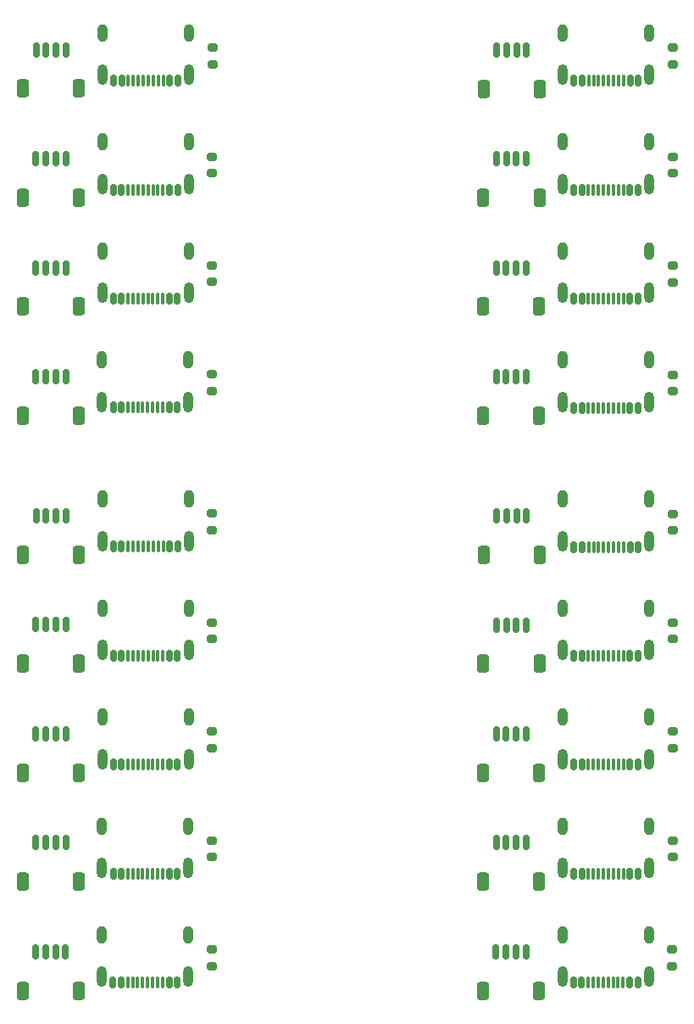
<source format=gbr>
%TF.GenerationSoftware,KiCad,Pcbnew,8.99.0-1678-gcd3e85b0b3*%
%TF.CreationDate,2024-07-13T23:24:54+07:00*%
%TF.ProjectId,dtb,6474622e-6b69-4636-9164-5f7063625858,rev?*%
%TF.SameCoordinates,Original*%
%TF.FileFunction,Paste,Top*%
%TF.FilePolarity,Positive*%
%FSLAX46Y46*%
G04 Gerber Fmt 4.6, Leading zero omitted, Abs format (unit mm)*
G04 Created by KiCad (PCBNEW 8.99.0-1678-gcd3e85b0b3) date 2024-07-13 23:24:54*
%MOMM*%
%LPD*%
G01*
G04 APERTURE LIST*
G04 Aperture macros list*
%AMRoundRect*
0 Rectangle with rounded corners*
0 $1 Rounding radius*
0 $2 $3 $4 $5 $6 $7 $8 $9 X,Y pos of 4 corners*
0 Add a 4 corners polygon primitive as box body*
4,1,4,$2,$3,$4,$5,$6,$7,$8,$9,$2,$3,0*
0 Add four circle primitives for the rounded corners*
1,1,$1+$1,$2,$3*
1,1,$1+$1,$4,$5*
1,1,$1+$1,$6,$7*
1,1,$1+$1,$8,$9*
0 Add four rect primitives between the rounded corners*
20,1,$1+$1,$2,$3,$4,$5,0*
20,1,$1+$1,$4,$5,$6,$7,0*
20,1,$1+$1,$6,$7,$8,$9,0*
20,1,$1+$1,$8,$9,$2,$3,0*%
G04 Aperture macros list end*
%ADD10RoundRect,0.150000X-0.150000X-0.625000X0.150000X-0.625000X0.150000X0.625000X-0.150000X0.625000X0*%
%ADD11RoundRect,0.250000X-0.350000X-0.650000X0.350000X-0.650000X0.350000X0.650000X-0.350000X0.650000X0*%
%ADD12RoundRect,0.200000X0.275000X-0.200000X0.275000X0.200000X-0.275000X0.200000X-0.275000X-0.200000X0*%
%ADD13RoundRect,0.150000X0.150000X0.425000X-0.150000X0.425000X-0.150000X-0.425000X0.150000X-0.425000X0*%
%ADD14RoundRect,0.075000X0.075000X0.500000X-0.075000X0.500000X-0.075000X-0.500000X0.075000X-0.500000X0*%
%ADD15O,1.000000X2.100000*%
%ADD16O,1.000000X1.800000*%
G04 APERTURE END LIST*
D10*
%TO.C,J2*%
X237225453Y-129159266D03*
X238225453Y-129159266D03*
X239225453Y-129159266D03*
D11*
X235925453Y-133034266D03*
D10*
X240225453Y-129159266D03*
D11*
X241525453Y-133034266D03*
%TD*%
D12*
%TO.C,R1*%
X254835453Y-130594266D03*
X254835453Y-128944266D03*
%TD*%
D13*
%TO.C,J1*%
X251363655Y-143119206D03*
X250563655Y-143119206D03*
D14*
X249413655Y-143119206D03*
X248413655Y-143119206D03*
X247913655Y-143119206D03*
X246913655Y-143119206D03*
D13*
X245763655Y-143119206D03*
X244963655Y-143119206D03*
X244963655Y-143119206D03*
X245763655Y-143119206D03*
D14*
X246413655Y-143119206D03*
X247413655Y-143119206D03*
X248913655Y-143119206D03*
X249913655Y-143119206D03*
D13*
X250563655Y-143119206D03*
X251363655Y-143119206D03*
D15*
X252483655Y-142544206D03*
D16*
X252483655Y-138364206D03*
D15*
X243843655Y-142544206D03*
D16*
X243843655Y-138364206D03*
%TD*%
D10*
%TO.C,J2*%
X237213655Y-140034206D03*
X238213655Y-140034206D03*
X239213655Y-140034206D03*
D11*
X235913655Y-143909206D03*
D10*
X240213655Y-140034206D03*
D11*
X241513655Y-143909206D03*
%TD*%
D12*
%TO.C,R1*%
X254823655Y-141469206D03*
X254823655Y-139819206D03*
%TD*%
D13*
%TO.C,J1*%
X251375453Y-132244266D03*
X250575453Y-132244266D03*
D14*
X249425453Y-132244266D03*
X248425453Y-132244266D03*
X247925453Y-132244266D03*
X246925453Y-132244266D03*
D13*
X245775453Y-132244266D03*
X244975453Y-132244266D03*
X244975453Y-132244266D03*
X245775453Y-132244266D03*
D14*
X246425453Y-132244266D03*
X247425453Y-132244266D03*
X248925453Y-132244266D03*
X249925453Y-132244266D03*
D13*
X250575453Y-132244266D03*
X251375453Y-132244266D03*
D15*
X252495453Y-131669266D03*
D16*
X252495453Y-127489266D03*
D15*
X243855453Y-131669266D03*
D16*
X243855453Y-127489266D03*
%TD*%
D12*
%TO.C,R1*%
X254825154Y-94960313D03*
X254825154Y-93310313D03*
%TD*%
D13*
%TO.C,J1*%
X251365154Y-96610313D03*
X250565154Y-96610313D03*
D14*
X249415154Y-96610313D03*
X248415154Y-96610313D03*
X247915154Y-96610313D03*
X246915154Y-96610313D03*
D13*
X245765154Y-96610313D03*
X244965154Y-96610313D03*
X244965154Y-96610313D03*
X245765154Y-96610313D03*
D14*
X246415154Y-96610313D03*
X247415154Y-96610313D03*
X248915154Y-96610313D03*
X249915154Y-96610313D03*
D13*
X250565154Y-96610313D03*
X251365154Y-96610313D03*
D15*
X252485154Y-96035313D03*
D16*
X252485154Y-91855313D03*
D15*
X243845154Y-96035313D03*
D16*
X243845154Y-91855313D03*
%TD*%
D10*
%TO.C,J2*%
X237215154Y-93525313D03*
X238215154Y-93525313D03*
X239215154Y-93525313D03*
D11*
X235915154Y-97400313D03*
D10*
X240215154Y-93525313D03*
D11*
X241515154Y-97400313D03*
%TD*%
D13*
%TO.C,J1*%
X251376952Y-85735373D03*
X250576952Y-85735373D03*
D14*
X249426952Y-85735373D03*
X248426952Y-85735373D03*
X247926952Y-85735373D03*
X246926952Y-85735373D03*
D13*
X245776952Y-85735373D03*
X244976952Y-85735373D03*
X244976952Y-85735373D03*
X245776952Y-85735373D03*
D14*
X246426952Y-85735373D03*
X247426952Y-85735373D03*
X248926952Y-85735373D03*
X249926952Y-85735373D03*
D13*
X250576952Y-85735373D03*
X251376952Y-85735373D03*
D15*
X252496952Y-85160373D03*
D16*
X252496952Y-80980373D03*
D15*
X243856952Y-85160373D03*
D16*
X243856952Y-80980373D03*
%TD*%
D10*
%TO.C,J2*%
X237226952Y-82650373D03*
X238226952Y-82650373D03*
X239226952Y-82650373D03*
D11*
X235926952Y-86525373D03*
D10*
X240226952Y-82650373D03*
D11*
X241526952Y-86525373D03*
%TD*%
D12*
%TO.C,R1*%
X254836952Y-84085373D03*
X254836952Y-82435373D03*
%TD*%
%TO.C,R1*%
X254848750Y-73210433D03*
X254848750Y-71560433D03*
%TD*%
D13*
%TO.C,J1*%
X251388750Y-74860433D03*
X250588750Y-74860433D03*
D14*
X249438750Y-74860433D03*
X248438750Y-74860433D03*
X247938750Y-74860433D03*
X246938750Y-74860433D03*
D13*
X245788750Y-74860433D03*
X244988750Y-74860433D03*
X244988750Y-74860433D03*
X245788750Y-74860433D03*
D14*
X246438750Y-74860433D03*
X247438750Y-74860433D03*
X248938750Y-74860433D03*
X249938750Y-74860433D03*
D13*
X250588750Y-74860433D03*
X251388750Y-74860433D03*
D15*
X252508750Y-74285433D03*
D16*
X252508750Y-70105433D03*
D15*
X243868750Y-74285433D03*
D16*
X243868750Y-70105433D03*
%TD*%
D10*
%TO.C,J2*%
X237238750Y-71775433D03*
X238238750Y-71775433D03*
X239238750Y-71775433D03*
D11*
X235938750Y-75650433D03*
D10*
X240238750Y-71775433D03*
D11*
X241538750Y-75650433D03*
%TD*%
D12*
%TO.C,R1*%
X254860548Y-62335493D03*
X254860548Y-60685493D03*
%TD*%
D13*
%TO.C,J1*%
X251400548Y-63985493D03*
X250600548Y-63985493D03*
D14*
X249450548Y-63985493D03*
X248450548Y-63985493D03*
X247950548Y-63985493D03*
X246950548Y-63985493D03*
D13*
X245800548Y-63985493D03*
X245000548Y-63985493D03*
X245000548Y-63985493D03*
X245800548Y-63985493D03*
D14*
X246450548Y-63985493D03*
X247450548Y-63985493D03*
X248950548Y-63985493D03*
X249950548Y-63985493D03*
D13*
X250600548Y-63985493D03*
X251400548Y-63985493D03*
D15*
X252520548Y-63410493D03*
D16*
X252520548Y-59230493D03*
D15*
X243880548Y-63410493D03*
D16*
X243880548Y-59230493D03*
%TD*%
D10*
%TO.C,J2*%
X237250548Y-60900493D03*
X238250548Y-60900493D03*
X239250548Y-60900493D03*
D11*
X235950548Y-64775493D03*
D10*
X240250548Y-60900493D03*
D11*
X241550548Y-64775493D03*
%TD*%
D10*
%TO.C,J2*%
X237237251Y-118284326D03*
X238237251Y-118284326D03*
X239237251Y-118284326D03*
D11*
X235937251Y-122159326D03*
D10*
X240237251Y-118284326D03*
D11*
X241537251Y-122159326D03*
%TD*%
D12*
%TO.C,R1*%
X254847251Y-119719326D03*
X254847251Y-118069326D03*
%TD*%
D13*
%TO.C,J1*%
X251387251Y-121369326D03*
X250587251Y-121369326D03*
D14*
X249437251Y-121369326D03*
X248437251Y-121369326D03*
X247937251Y-121369326D03*
X246937251Y-121369326D03*
D13*
X245787251Y-121369326D03*
X244987251Y-121369326D03*
X244987251Y-121369326D03*
X245787251Y-121369326D03*
D14*
X246437251Y-121369326D03*
X247437251Y-121369326D03*
X248937251Y-121369326D03*
X249937251Y-121369326D03*
D13*
X250587251Y-121369326D03*
X251387251Y-121369326D03*
D15*
X252507251Y-120794326D03*
D16*
X252507251Y-116614326D03*
D15*
X243867251Y-120794326D03*
D16*
X243867251Y-116614326D03*
%TD*%
D13*
%TO.C,J1*%
X251399049Y-110494386D03*
X250599049Y-110494386D03*
D14*
X249449049Y-110494386D03*
X248449049Y-110494386D03*
X247949049Y-110494386D03*
X246949049Y-110494386D03*
D13*
X245799049Y-110494386D03*
X244999049Y-110494386D03*
X244999049Y-110494386D03*
X245799049Y-110494386D03*
D14*
X246449049Y-110494386D03*
X247449049Y-110494386D03*
X248949049Y-110494386D03*
X249949049Y-110494386D03*
D13*
X250599049Y-110494386D03*
X251399049Y-110494386D03*
D15*
X252519049Y-109919386D03*
D16*
X252519049Y-105739386D03*
D15*
X243879049Y-109919386D03*
D16*
X243879049Y-105739386D03*
%TD*%
D12*
%TO.C,R1*%
X254859049Y-108844386D03*
X254859049Y-107194386D03*
%TD*%
D10*
%TO.C,J2*%
X237249049Y-107409386D03*
X238249049Y-107409386D03*
X239249049Y-107409386D03*
D11*
X235949049Y-111284386D03*
D10*
X240249049Y-107409386D03*
D11*
X241549049Y-111284386D03*
%TD*%
D10*
%TO.C,J2*%
X237201857Y-150909146D03*
X238201857Y-150909146D03*
X239201857Y-150909146D03*
D11*
X235901857Y-154784146D03*
D10*
X240201857Y-150909146D03*
D11*
X241501857Y-154784146D03*
%TD*%
D13*
%TO.C,J1*%
X251351857Y-153994146D03*
X250551857Y-153994146D03*
D14*
X249401857Y-153994146D03*
X248401857Y-153994146D03*
X247901857Y-153994146D03*
X246901857Y-153994146D03*
D13*
X245751857Y-153994146D03*
X244951857Y-153994146D03*
X244951857Y-153994146D03*
X245751857Y-153994146D03*
D14*
X246401857Y-153994146D03*
X247401857Y-153994146D03*
X248901857Y-153994146D03*
X249901857Y-153994146D03*
D13*
X250551857Y-153994146D03*
X251351857Y-153994146D03*
D15*
X252471857Y-153419146D03*
D16*
X252471857Y-149239146D03*
D15*
X243831857Y-153419146D03*
D16*
X243831857Y-149239146D03*
%TD*%
D12*
%TO.C,R1*%
X254811857Y-152344146D03*
X254811857Y-150694146D03*
%TD*%
%TO.C,R1*%
X208801558Y-152335650D03*
X208801558Y-150685650D03*
%TD*%
D10*
%TO.C,J2*%
X191191558Y-150900650D03*
X192191558Y-150900650D03*
X193191558Y-150900650D03*
D11*
X189891558Y-154775650D03*
D10*
X194191558Y-150900650D03*
D11*
X195491558Y-154775650D03*
%TD*%
D13*
%TO.C,J1*%
X205341558Y-153985650D03*
X204541558Y-153985650D03*
D14*
X203391558Y-153985650D03*
X202391558Y-153985650D03*
X201891558Y-153985650D03*
X200891558Y-153985650D03*
D13*
X199741558Y-153985650D03*
X198941558Y-153985650D03*
X198941558Y-153985650D03*
X199741558Y-153985650D03*
D14*
X200391558Y-153985650D03*
X201391558Y-153985650D03*
X202891558Y-153985650D03*
X203891558Y-153985650D03*
D13*
X204541558Y-153985650D03*
X205341558Y-153985650D03*
D15*
X206461558Y-153410650D03*
D16*
X206461558Y-149230650D03*
D15*
X197821558Y-153410650D03*
D16*
X197821558Y-149230650D03*
%TD*%
D12*
%TO.C,R1*%
X208813356Y-141460710D03*
X208813356Y-139810710D03*
%TD*%
D10*
%TO.C,J2*%
X191203356Y-140025710D03*
X192203356Y-140025710D03*
X193203356Y-140025710D03*
D11*
X189903356Y-143900710D03*
D10*
X194203356Y-140025710D03*
D11*
X195503356Y-143900710D03*
%TD*%
D13*
%TO.C,J1*%
X205353356Y-143110710D03*
X204553356Y-143110710D03*
D14*
X203403356Y-143110710D03*
X202403356Y-143110710D03*
X201903356Y-143110710D03*
X200903356Y-143110710D03*
D13*
X199753356Y-143110710D03*
X198953356Y-143110710D03*
X198953356Y-143110710D03*
X199753356Y-143110710D03*
D14*
X200403356Y-143110710D03*
X201403356Y-143110710D03*
X202903356Y-143110710D03*
X203903356Y-143110710D03*
D13*
X204553356Y-143110710D03*
X205353356Y-143110710D03*
D15*
X206473356Y-142535710D03*
D16*
X206473356Y-138355710D03*
D15*
X197833356Y-142535710D03*
D16*
X197833356Y-138355710D03*
%TD*%
D12*
%TO.C,R1*%
X208825154Y-130585770D03*
X208825154Y-128935770D03*
%TD*%
D10*
%TO.C,J2*%
X191215154Y-129150770D03*
X192215154Y-129150770D03*
X193215154Y-129150770D03*
D11*
X189915154Y-133025770D03*
D10*
X194215154Y-129150770D03*
D11*
X195515154Y-133025770D03*
%TD*%
D13*
%TO.C,J1*%
X205365154Y-132235770D03*
X204565154Y-132235770D03*
D14*
X203415154Y-132235770D03*
X202415154Y-132235770D03*
X201915154Y-132235770D03*
X200915154Y-132235770D03*
D13*
X199765154Y-132235770D03*
X198965154Y-132235770D03*
X198965154Y-132235770D03*
X199765154Y-132235770D03*
D14*
X200415154Y-132235770D03*
X201415154Y-132235770D03*
X202915154Y-132235770D03*
X203915154Y-132235770D03*
D13*
X204565154Y-132235770D03*
X205365154Y-132235770D03*
D15*
X206485154Y-131660770D03*
D16*
X206485154Y-127480770D03*
D15*
X197845154Y-131660770D03*
D16*
X197845154Y-127480770D03*
%TD*%
D12*
%TO.C,R1*%
X208836952Y-119710830D03*
X208836952Y-118060830D03*
%TD*%
D10*
%TO.C,J2*%
X191226952Y-118275830D03*
X192226952Y-118275830D03*
X193226952Y-118275830D03*
D11*
X189926952Y-122150830D03*
D10*
X194226952Y-118275830D03*
D11*
X195526952Y-122150830D03*
%TD*%
D13*
%TO.C,J1*%
X205376952Y-121360830D03*
X204576952Y-121360830D03*
D14*
X203426952Y-121360830D03*
X202426952Y-121360830D03*
X201926952Y-121360830D03*
X200926952Y-121360830D03*
D13*
X199776952Y-121360830D03*
X198976952Y-121360830D03*
X198976952Y-121360830D03*
X199776952Y-121360830D03*
D14*
X200426952Y-121360830D03*
X201426952Y-121360830D03*
X202926952Y-121360830D03*
X203926952Y-121360830D03*
D13*
X204576952Y-121360830D03*
X205376952Y-121360830D03*
D15*
X206496952Y-120785830D03*
D16*
X206496952Y-116605830D03*
D15*
X197856952Y-120785830D03*
D16*
X197856952Y-116605830D03*
%TD*%
D10*
%TO.C,J2*%
X191238750Y-107400890D03*
X192238750Y-107400890D03*
X193238750Y-107400890D03*
D11*
X189938750Y-111275890D03*
D10*
X194238750Y-107400890D03*
D11*
X195538750Y-111275890D03*
%TD*%
D12*
%TO.C,R1*%
X208848750Y-108835890D03*
X208848750Y-107185890D03*
%TD*%
D13*
%TO.C,J1*%
X205388750Y-110485890D03*
X204588750Y-110485890D03*
D14*
X203438750Y-110485890D03*
X202438750Y-110485890D03*
X201938750Y-110485890D03*
X200938750Y-110485890D03*
D13*
X199788750Y-110485890D03*
X198988750Y-110485890D03*
X198988750Y-110485890D03*
X199788750Y-110485890D03*
D14*
X200438750Y-110485890D03*
X201438750Y-110485890D03*
X202938750Y-110485890D03*
X203938750Y-110485890D03*
D13*
X204588750Y-110485890D03*
X205388750Y-110485890D03*
D15*
X206508750Y-109910890D03*
D16*
X206508750Y-105730890D03*
D15*
X197868750Y-109910890D03*
D16*
X197868750Y-105730890D03*
%TD*%
D12*
%TO.C,R1*%
X208814855Y-94951817D03*
X208814855Y-93301817D03*
%TD*%
D13*
%TO.C,J1*%
X205354855Y-96601817D03*
X204554855Y-96601817D03*
D14*
X203404855Y-96601817D03*
X202404855Y-96601817D03*
X201904855Y-96601817D03*
X200904855Y-96601817D03*
D13*
X199754855Y-96601817D03*
X198954855Y-96601817D03*
X198954855Y-96601817D03*
X199754855Y-96601817D03*
D14*
X200404855Y-96601817D03*
X201404855Y-96601817D03*
X202904855Y-96601817D03*
X203904855Y-96601817D03*
D13*
X204554855Y-96601817D03*
X205354855Y-96601817D03*
D15*
X206474855Y-96026817D03*
D16*
X206474855Y-91846817D03*
D15*
X197834855Y-96026817D03*
D16*
X197834855Y-91846817D03*
%TD*%
D10*
%TO.C,J2*%
X191204855Y-93516817D03*
X192204855Y-93516817D03*
X193204855Y-93516817D03*
D11*
X189904855Y-97391817D03*
D10*
X194204855Y-93516817D03*
D11*
X195504855Y-97391817D03*
%TD*%
D12*
%TO.C,R1*%
X208826653Y-84076877D03*
X208826653Y-82426877D03*
%TD*%
D13*
%TO.C,J1*%
X205366653Y-85726877D03*
X204566653Y-85726877D03*
D14*
X203416653Y-85726877D03*
X202416653Y-85726877D03*
X201916653Y-85726877D03*
X200916653Y-85726877D03*
D13*
X199766653Y-85726877D03*
X198966653Y-85726877D03*
X198966653Y-85726877D03*
X199766653Y-85726877D03*
D14*
X200416653Y-85726877D03*
X201416653Y-85726877D03*
X202916653Y-85726877D03*
X203916653Y-85726877D03*
D13*
X204566653Y-85726877D03*
X205366653Y-85726877D03*
D15*
X206486653Y-85151877D03*
D16*
X206486653Y-80971877D03*
D15*
X197846653Y-85151877D03*
D16*
X197846653Y-80971877D03*
%TD*%
D10*
%TO.C,J2*%
X191216653Y-82641877D03*
X192216653Y-82641877D03*
X193216653Y-82641877D03*
D11*
X189916653Y-86516877D03*
D10*
X194216653Y-82641877D03*
D11*
X195516653Y-86516877D03*
%TD*%
%TO.C,J2*%
X195540249Y-64766997D03*
X189940249Y-64766997D03*
D10*
X194240249Y-60891997D03*
X193240249Y-60891997D03*
X192240249Y-60891997D03*
X191240249Y-60891997D03*
%TD*%
D13*
%TO.C,J1*%
X205390249Y-63976997D03*
X204590249Y-63976997D03*
D14*
X203440249Y-63976997D03*
X202440249Y-63976997D03*
X201940249Y-63976997D03*
X200940249Y-63976997D03*
D13*
X199790249Y-63976997D03*
X198990249Y-63976997D03*
X198990249Y-63976997D03*
X199790249Y-63976997D03*
D14*
X200440249Y-63976997D03*
X201440249Y-63976997D03*
X202940249Y-63976997D03*
X203940249Y-63976997D03*
D13*
X204590249Y-63976997D03*
X205390249Y-63976997D03*
D15*
X206510249Y-63401997D03*
D16*
X206510249Y-59221997D03*
D15*
X197870249Y-63401997D03*
D16*
X197870249Y-59221997D03*
%TD*%
D12*
%TO.C,R1*%
X208850249Y-60676997D03*
X208850249Y-62326997D03*
%TD*%
D11*
%TO.C,J2*%
X195528451Y-75641937D03*
D10*
X194228451Y-71766937D03*
D11*
X189928451Y-75641937D03*
D10*
X193228451Y-71766937D03*
X192228451Y-71766937D03*
X191228451Y-71766937D03*
%TD*%
D16*
%TO.C,J1*%
X197858451Y-70096937D03*
D15*
X197858451Y-74276937D03*
D16*
X206498451Y-70096937D03*
D15*
X206498451Y-74276937D03*
D13*
X205378451Y-74851937D03*
X204578451Y-74851937D03*
D14*
X203928451Y-74851937D03*
X202928451Y-74851937D03*
X201428451Y-74851937D03*
X200428451Y-74851937D03*
D13*
X199778451Y-74851937D03*
X198978451Y-74851937D03*
X198978451Y-74851937D03*
X199778451Y-74851937D03*
D14*
X200928451Y-74851937D03*
X201928451Y-74851937D03*
X202428451Y-74851937D03*
X203428451Y-74851937D03*
D13*
X204578451Y-74851937D03*
X205378451Y-74851937D03*
%TD*%
D12*
%TO.C,R1*%
X208838451Y-71551937D03*
X208838451Y-73201937D03*
%TD*%
M02*

</source>
